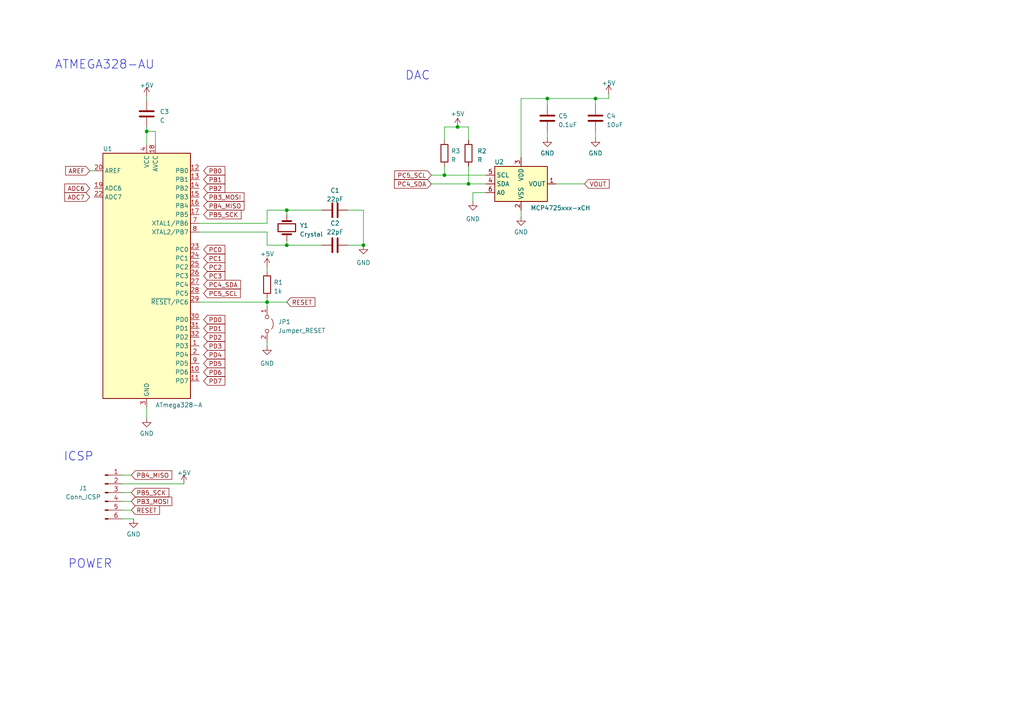
<source format=kicad_sch>
(kicad_sch (version 20230121) (generator eeschema)
  (paper "A4")
  (lib_symbols
    (symbol "Analog_DAC:MCP4725xxx-xCH"
      (property "Reference" "U" (at -6.35 6.35 0))
      (property "Value" "MCP4725xxx-xCH" (at 8.89 6.35 0))
      (symbol "MCP4725xxx-xCH_0_1"
        (rectangle (start -7.62 5.08) (end 7.62 -5.08) (stroke (width 0.254)) (fill (type background)))
      )
      (symbol "MCP4725xxx-xCH_1_1"
        (pin output line (at 10.16 0 180) (length 2.54) (name "VOUT") (number "1"))
        (pin power_in line (at 0 -7.62 90) (length 2.54) (name "VSS") (number "2"))
        (pin power_in line (at 0 7.62 270) (length 2.54) (name "VDD") (number "3"))
        (pin bidirectional line (at -10.16 0 0) (length 2.54) (name "SDA") (number "4"))
        (pin input line (at -10.16 2.54 0) (length 2.54) (name "SCL") (number "5"))
        (pin input line (at -10.16 -2.54 0) (length 2.54) (name "A0") (number "6"))
      )
    )
    (symbol "Connector:Conn_01x06_Pin" (pin_names (offset 1.016) hide)
      (property "Reference" "J" (at 0 7.62 0))
      (property "Value" "Conn_01x06_Pin" (at 0 -10.16 0))
      (symbol "Conn_01x06_Pin_1_1"
        (polyline (pts (xy 1.27 -7.62) (xy 0.8636 -7.62)) (stroke (width 0.1524)))
        (polyline (pts (xy 1.27 -5.08) (xy 0.8636 -5.08)) (stroke (width 0.1524)))
        (polyline (pts (xy 1.27 -2.54) (xy 0.8636 -2.54)) (stroke (width 0.1524)))
        (polyline (pts (xy 1.27 0) (xy 0.8636 0)) (stroke (width 0.1524)))
        (polyline (pts (xy 1.27 2.54) (xy 0.8636 2.54)) (stroke (width 0.1524)))
        (polyline (pts (xy 1.27 5.08) (xy 0.8636 5.08)) (stroke (width 0.1524)))
        (rectangle (start 0.8636 -7.493) (end 0 -7.747) (stroke (width 0.1524)) (fill (type outline)))
        (rectangle (start 0.8636 -4.953) (end 0 -5.207) (stroke (width 0.1524)) (fill (type outline)))
        (rectangle (start 0.8636 -2.413) (end 0 -2.667) (stroke (width 0.1524)) (fill (type outline)))
        (rectangle (start 0.8636 0.127) (end 0 -0.127) (stroke (width 0.1524)) (fill (type outline)))
        (rectangle (start 0.8636 2.667) (end 0 2.413) (stroke (width 0.1524)) (fill (type outline)))
        (rectangle (start 0.8636 5.207) (end 0 4.953) (stroke (width 0.1524)) (fill (type outline)))
        (pin passive line (at 5.08 5.08 180) (length 3.81) (name "Pin_1") (number "1"))
        (pin passive line (at 5.08 2.54 180) (length 3.81) (name "Pin_2") (number "2"))
        (pin passive line (at 5.08 0 180) (length 3.81) (name "Pin_3") (number "3"))
        (pin passive line (at 5.08 -2.54 180) (length 3.81) (name "Pin_4") (number "4"))
        (pin passive line (at 5.08 -5.08 180) (length 3.81) (name "Pin_5") (number "5"))
        (pin passive line (at 5.08 -7.62 180) (length 3.81) (name "Pin_6") (number "6"))
      )
    )
    (symbol "Device:C" (pin_numbers hide) (pin_names (offset 0.254))
      (property "Reference" "C" (at 0.635 2.54 0))
      (property "Value" "C" (at 0.635 -2.54 0))
      (symbol "C_0_1"
        (polyline (pts (xy -2.032 -0.762) (xy 2.032 -0.762)) (stroke (width 0.508)))
        (polyline (pts (xy -2.032 0.762) (xy 2.032 0.762)) (stroke (width 0.508)))
      )
      (symbol "C_1_1"
        (pin passive line (at 0 3.81 270) (length 2.794) (name "~") (number "1"))
        (pin passive line (at 0 -3.81 90) (length 2.794) (name "~") (number "2"))
      )
    )
    (symbol "Device:Crystal" (pin_numbers hide) (pin_names (offset 1.016) hide)
      (property "Reference" "Y" (at 0 3.81 0))
      (property "Value" "Crystal" (at 0 -3.81 0))
      (symbol "Crystal_0_1"
        (rectangle (start -1.143 2.54) (end 1.143 -2.54) (stroke (width 0.3048)))
        (polyline (pts (xy -2.54 0) (xy -1.905 0)))
        (polyline (pts (xy -1.905 -1.27) (xy -1.905 1.27)) (stroke (width 0.508)))
        (polyline (pts (xy 1.905 -1.27) (xy 1.905 1.27)) (stroke (width 0.508)))
        (polyline (pts (xy 2.54 0) (xy 1.905 0)))
      )
      (symbol "Crystal_1_1"
        (pin passive line (at -3.81 0 0) (length 1.27) (name "1") (number "1"))
        (pin passive line (at 3.81 0 180) (length 1.27) (name "2") (number "2"))
      )
    )
    (symbol "Device:R" (pin_numbers hide) (pin_names (offset 0))
      (property "Reference" "R" (at 2.032 0 90))
      (property "Value" "R" (at 0 0 90))
      (symbol "R_0_1"
        (rectangle (start -1.016 -2.54) (end 1.016 2.54) (stroke (width 0.254)))
      )
      (symbol "R_1_1"
        (pin passive line (at 0 3.81 270) (length 1.27) (name "~") (number "1"))
        (pin passive line (at 0 -3.81 90) (length 1.27) (name "~") (number "2"))
      )
    )
    (symbol "Jumper:Jumper_2_Open" (pin_names (offset 0) hide)
      (property "Reference" "JP" (at 0 2.794 0))
      (property "Value" "Jumper_2_Open" (at 0 -2.286 0))
      (symbol "Jumper_2_Open_0_0"
        (circle (center -2.032 0) (radius 0.508))
        (circle (center 2.032 0) (radius 0.508))
      )
      (symbol "Jumper_2_Open_0_1"
        (arc (start 1.524 1.27) (mid 0 1.778) (end -1.524 1.27))
      )
      (symbol "Jumper_2_Open_1_1"
        (pin passive line (at -5.08 0 0) (length 2.54) (name "A") (number "1"))
        (pin passive line (at 5.08 0 180) (length 2.54) (name "B") (number "2"))
      )
    )
    (symbol "MCU_Microchip_ATmega:ATmega328-A"
      (property "Reference" "U" (at -12.7 36.83 0))
      (property "Value" "ATmega328-A" (at 2.54 -36.83 0))
      (symbol "ATmega328-A_0_1"
        (rectangle (start -12.7 -35.56) (end 12.7 35.56) (stroke (width 0.254)) (fill (type background)))
      )
      (symbol "ATmega328-A_1_1"
        (pin bidirectional line (at 15.24 -20.32 180) (length 2.54) (name "PD3") (number "1"))
        (pin bidirectional line (at 15.24 -27.94 180) (length 2.54) (name "PD6") (number "10"))
        (pin bidirectional line (at 15.24 -30.48 180) (length 2.54) (name "PD7") (number "11"))
        (pin bidirectional line (at 15.24 30.48 180) (length 2.54) (name "PB0") (number "12"))
        (pin bidirectional line (at 15.24 27.94 180) (length 2.54) (name "PB1") (number "13"))
        (pin bidirectional line (at 15.24 25.4 180) (length 2.54) (name "PB2") (number "14"))
        (pin bidirectional line (at 15.24 22.86 180) (length 2.54) (name "PB3") (number "15"))
        (pin bidirectional line (at 15.24 20.32 180) (length 2.54) (name "PB4") (number "16"))
        (pin bidirectional line (at 15.24 17.78 180) (length 2.54) (name "PB5") (number "17"))
        (pin power_in line (at 2.54 38.1 270) (length 2.54) (name "AVCC") (number "18"))
        (pin input line (at -15.24 25.4 0) (length 2.54) (name "ADC6") (number "19"))
        (pin bidirectional line (at 15.24 -22.86 180) (length 2.54) (name "PD4") (number "2"))
        (pin passive line (at -15.24 30.48 0) (length 2.54) (name "AREF") (number "20"))
        (pin passive line (at 0 -38.1 90) (length 2.54) hide (name "GND") (number "21"))
        (pin input line (at -15.24 22.86 0) (length 2.54) (name "ADC7") (number "22"))
        (pin bidirectional line (at 15.24 7.62 180) (length 2.54) (name "PC0") (number "23"))
        (pin bidirectional line (at 15.24 5.08 180) (length 2.54) (name "PC1") (number "24"))
        (pin bidirectional line (at 15.24 2.54 180) (length 2.54) (name "PC2") (number "25"))
        (pin bidirectional line (at 15.24 0 180) (length 2.54) (name "PC3") (number "26"))
        (pin bidirectional line (at 15.24 -2.54 180) (length 2.54) (name "PC4") (number "27"))
        (pin bidirectional line (at 15.24 -5.08 180) (length 2.54) (name "PC5") (number "28"))
        (pin bidirectional line (at 15.24 -7.62 180) (length 2.54) (name "~{RESET}/PC6") (number "29"))
        (pin power_in line (at 0 -38.1 90) (length 2.54) (name "GND") (number "3"))
        (pin bidirectional line (at 15.24 -12.7 180) (length 2.54) (name "PD0") (number "30"))
        (pin bidirectional line (at 15.24 -15.24 180) (length 2.54) (name "PD1") (number "31"))
        (pin bidirectional line (at 15.24 -17.78 180) (length 2.54) (name "PD2") (number "32"))
        (pin power_in line (at 0 38.1 270) (length 2.54) (name "VCC") (number "4"))
        (pin passive line (at 0 -38.1 90) (length 2.54) hide (name "GND") (number "5"))
        (pin passive line (at 0 38.1 270) (length 2.54) hide (name "VCC") (number "6"))
        (pin bidirectional line (at 15.24 15.24 180) (length 2.54) (name "XTAL1/PB6") (number "7"))
        (pin bidirectional line (at 15.24 12.7 180) (length 2.54) (name "XTAL2/PB7") (number "8"))
        (pin bidirectional line (at 15.24 -25.4 180) (length 2.54) (name "PD5") (number "9"))
      )
    )
    (symbol "power:+5V" (power) (pin_names (offset 0))
      (property "Value" "+5V" (at 0 3.556 0))
      (symbol "+5V_0_1"
        (polyline (pts (xy -0.762 1.27) (xy 0 2.54)))
        (polyline (pts (xy 0 0) (xy 0 2.54)))
        (polyline (pts (xy 0 2.54) (xy 0.762 1.27)))
      )
      (symbol "+5V_1_1"
        (pin power_in line (at 0 0 90) (length 0) hide (name "+5V") (number "1"))
      )
    )
    (symbol "power:GND" (power) (pin_names (offset 0))
      (property "Value" "GND" (at 0 -3.81 0))
      (symbol "GND_0_1"
        (polyline (pts (xy 0 0) (xy 0 -1.27) (xy 1.27 -1.27) (xy 0 -2.54) (xy -1.27 -1.27) (xy 0 -1.27)))
      )
      (symbol "GND_1_1"
        (pin power_in line (at 0 0 270) (length 0) hide (name "GND") (number "1"))
      )
    )
  )
  (junction (at 105.41 71.12))
  (junction (at 172.72 28.575))
  (junction (at 42.545 38.1))
  (junction (at 132.715 36.83))
  (junction (at 77.47 87.63))
  (junction (at 128.905 50.8))
  (junction (at 83.185 60.96))
  (junction (at 135.89 53.34))
  (junction (at 83.185 71.12))
  (junction (at 158.75 28.575))
  (wire (pts (xy 135.89 53.34) (xy 140.97 53.34)))
  (wire (pts (xy 35.56 142.875) (xy 38.1 142.875)))
  (wire (pts (xy 26.035 49.53) (xy 27.305 49.53)))
  (wire (pts (xy 176.53 27.305) (xy 176.53 28.575)))
  (wire (pts (xy 172.72 38.1) (xy 172.72 40.005)))
  (wire (pts (xy 77.47 99.06) (xy 77.47 100.33)))
  (wire (pts (xy 100.965 60.96) (xy 105.41 60.96)))
  (wire (pts (xy 77.47 87.63) (xy 77.47 88.9)))
  (wire (pts (xy 128.905 50.8) (xy 140.97 50.8)))
  (wire (pts (xy 128.905 36.83) (xy 132.715 36.83)))
  (wire (pts (xy 42.545 27.94) (xy 42.545 29.21)))
  (wire (pts (xy 77.47 77.47) (xy 77.47 78.74)))
  (wire (pts (xy 77.47 71.12) (xy 83.185 71.12)))
  (wire (pts (xy 128.905 48.26) (xy 128.905 50.8)))
  (wire (pts (xy 83.185 62.23) (xy 83.185 60.96)))
  (wire (pts (xy 42.545 41.91) (xy 42.545 38.1)))
  (wire (pts (xy 77.47 67.31) (xy 77.47 71.12)))
  (wire (pts (xy 128.905 40.64) (xy 128.905 36.83)))
  (wire (pts (xy 151.13 60.96) (xy 151.13 62.865)))
  (wire (pts (xy 83.185 69.85) (xy 83.185 71.12)))
  (wire (pts (xy 100.965 71.12) (xy 105.41 71.12)))
  (wire (pts (xy 135.89 40.64) (xy 135.89 36.83)))
  (wire (pts (xy 158.75 38.1) (xy 158.75 40.005)))
  (wire (pts (xy 83.185 60.96) (xy 93.345 60.96)))
  (wire (pts (xy 172.72 28.575) (xy 158.75 28.575)))
  (wire (pts (xy 137.16 55.88) (xy 140.97 55.88)))
  (wire (pts (xy 57.785 87.63) (xy 77.47 87.63)))
  (wire (pts (xy 105.41 60.96) (xy 105.41 71.12)))
  (wire (pts (xy 42.545 118.11) (xy 42.545 121.285)))
  (wire (pts (xy 57.785 64.77) (xy 77.47 64.77)))
  (wire (pts (xy 137.16 58.42) (xy 137.16 55.88)))
  (wire (pts (xy 135.89 36.83) (xy 132.715 36.83)))
  (wire (pts (xy 35.56 145.415) (xy 38.1 145.415)))
  (wire (pts (xy 176.53 28.575) (xy 172.72 28.575)))
  (wire (pts (xy 172.72 30.48) (xy 172.72 28.575)))
  (wire (pts (xy 35.56 137.795) (xy 38.1 137.795)))
  (wire (pts (xy 45.085 38.1) (xy 42.545 38.1)))
  (wire (pts (xy 45.085 41.91) (xy 45.085 38.1)))
  (wire (pts (xy 77.47 64.77) (xy 77.47 60.96)))
  (wire (pts (xy 77.47 86.36) (xy 77.47 87.63)))
  (wire (pts (xy 135.89 48.26) (xy 135.89 53.34)))
  (wire (pts (xy 151.13 45.72) (xy 151.13 28.575)))
  (wire (pts (xy 83.185 71.12) (xy 93.345 71.12)))
  (wire (pts (xy 35.56 140.335) (xy 53.34 140.335)))
  (wire (pts (xy 35.56 150.495) (xy 38.735 150.495)))
  (wire (pts (xy 161.29 53.34) (xy 169.545 53.34)))
  (wire (pts (xy 158.75 28.575) (xy 158.75 30.48)))
  (wire (pts (xy 125.095 50.8) (xy 128.905 50.8)))
  (wire (pts (xy 57.785 67.31) (xy 77.47 67.31)))
  (wire (pts (xy 77.47 87.63) (xy 83.185 87.63)))
  (wire (pts (xy 151.13 28.575) (xy 158.75 28.575)))
  (wire (pts (xy 125.095 53.34) (xy 135.89 53.34)))
  (wire (pts (xy 77.47 60.96) (xy 83.185 60.96)))
  (wire (pts (xy 35.56 147.955) (xy 38.1 147.955)))
  (wire (pts (xy 42.545 36.83) (xy 42.545 38.1)))
  (text "ATMEGA328-AU" (at 15.875 20.32 0) (effects (font (size 2.5 2.5)) (justify left bottom)))
  (text "POWER" (at 19.685 165.1 0) (effects (font (size 2.5 2.5)) (justify left bottom)))
  (text "ICSP" (at 18.415 133.985 0) (effects (font (size 2.5 2.5)) (justify left bottom)))
  (text "DAC" (at 117.475 23.495 0) (effects (font (size 2.5 2.5)) (justify left bottom)))
  (global_label "PB5_SCK" (shape input) (at 38.1 142.875 0) (property "Intersheetrefs" "${INTERSHEET_REFS}" (effects hide)))
  (global_label "PB0" (shape input) (at 59.055 49.53 0) (property "Intersheetrefs" "${INTERSHEET_REFS}" (effects hide)))
  (global_label "ADC6" (shape input) (at 26.035 54.61 180) (property "Intersheetrefs" "${INTERSHEET_REFS}" (effects hide)))
  (global_label "RESET" (shape input) (at 38.1 147.955 0) (property "Intersheetrefs" "${INTERSHEET_REFS}" (effects hide)))
  (global_label "PD6" (shape input) (at 59.055 107.95 0) (property "Intersheetrefs" "${INTERSHEET_REFS}" (effects hide)))
  (global_label "PD1" (shape input) (at 59.055 95.25 0) (property "Intersheetrefs" "${INTERSHEET_REFS}" (effects hide)))
  (global_label "PC4_SDA" (shape input) (at 125.095 53.34 180) (property "Intersheetrefs" "${INTERSHEET_REFS}" (effects hide)))
  (global_label "PB4_MISO" (shape input) (at 59.055 59.69 0) (property "Intersheetrefs" "${INTERSHEET_REFS}" (effects hide)))
  (global_label "PB5_SCK" (shape input) (at 59.055 62.23 0) (property "Intersheetrefs" "${INTERSHEET_REFS}" (effects hide)))
  (global_label "PC1" (shape input) (at 59.055 74.93 0) (property "Intersheetrefs" "${INTERSHEET_REFS}" (effects hide)))
  (global_label "PD0" (shape input) (at 59.055 92.71 0) (property "Intersheetrefs" "${INTERSHEET_REFS}" (effects hide)))
  (global_label "AREF" (shape input) (at 26.035 49.53 180) (property "Intersheetrefs" "${INTERSHEET_REFS}" (effects hide)))
  (global_label "PC4_SDA" (shape input) (at 59.055 82.55 0) (property "Intersheetrefs" "${INTERSHEET_REFS}" (effects hide)))
  (global_label "PB1" (shape input) (at 59.055 52.07 0) (property "Intersheetrefs" "${INTERSHEET_REFS}" (effects hide)))
  (global_label "PD3" (shape input) (at 59.055 100.33 0) (property "Intersheetrefs" "${INTERSHEET_REFS}" (effects hide)))
  (global_label "PB3_MOSI" (shape input) (at 59.055 57.15 0) (property "Intersheetrefs" "${INTERSHEET_REFS}" (effects hide)))
  (global_label "PD4" (shape input) (at 59.055 102.87 0) (property "Intersheetrefs" "${INTERSHEET_REFS}" (effects hide)))
  (global_label "PC3" (shape input) (at 59.055 80.01 0) (property "Intersheetrefs" "${INTERSHEET_REFS}" (effects hide)))
  (global_label "VOUT" (shape input) (at 169.545 53.34 0) (property "Intersheetrefs" "${INTERSHEET_REFS}" (effects hide)))
  (global_label "PB2" (shape input) (at 59.055 54.61 0) (property "Intersheetrefs" "${INTERSHEET_REFS}" (effects hide)))
  (global_label "PB3_MOSI" (shape input) (at 38.1 145.415 0) (property "Intersheetrefs" "${INTERSHEET_REFS}" (effects hide)))
  (global_label "PD2" (shape input) (at 59.055 97.79 0) (property "Intersheetrefs" "${INTERSHEET_REFS}" (effects hide)))
  (global_label "PB4_MISO" (shape input) (at 38.1 137.795 0) (property "Intersheetrefs" "${INTERSHEET_REFS}" (effects hide)))
  (global_label "PD7" (shape input) (at 59.055 110.49 0) (property "Intersheetrefs" "${INTERSHEET_REFS}" (effects hide)))
  (global_label "ADC7" (shape input) (at 26.035 57.15 180) (property "Intersheetrefs" "${INTERSHEET_REFS}" (effects hide)))
  (global_label "PC0" (shape input) (at 59.055 72.39 0) (property "Intersheetrefs" "${INTERSHEET_REFS}" (effects hide)))
  (global_label "RESET" (shape input) (at 83.185 87.63 0) (property "Intersheetrefs" "${INTERSHEET_REFS}" (effects hide)))
  (global_label "PC2" (shape input) (at 59.055 77.47 0) (property "Intersheetrefs" "${INTERSHEET_REFS}" (effects hide)))
  (global_label "PC5_SCL" (shape input) (at 125.095 50.8 180) (property "Intersheetrefs" "${INTERSHEET_REFS}" (effects hide)))
  (global_label "PD5" (shape input) (at 59.055 105.41 0) (property "Intersheetrefs" "${INTERSHEET_REFS}" (effects hide)))
  (global_label "PC5_SCL" (shape input) (at 59.055 85.09 0) (property "Intersheetrefs" "${INTERSHEET_REFS}" (effects hide)))
  (symbol (lib_id "power:+5V") (at 176.53 27.305 0) (unit 1)
    (property "Reference" "#PWR09" (effects hide))
    (property "Value" "+5V" (at 176.53 24.13 0))
  )
  (symbol (lib_id "Device:R") (at 128.905 44.45 0) (unit 1)
    (property "Reference" "R3" (at 130.81 43.815 0) (effects (justify left)))
    (property "Value" "R" (at 130.81 46.355 0) (effects (justify left)))
  )
  (symbol (lib_id "MCU_Microchip_ATmega:ATmega328-A") (at 42.545 80.01 0) (unit 1)
    (property "Reference" "U1" (at 29.845 43.18 0) (effects (justify left)))
    (property "Value" "ATmega328-A" (at 45.085 117.475 0) (effects (justify left)))
    (property "Footprint" "Package_QFP:TQFP-32_7x7mm_P0.8mm" (effects hide))
    (property "Datasheet" "http://ww1.microchip.com/downloads/en/DeviceDoc/ATmega328_P%20AVR%20MCU%20with%20picoPower%20Technology%20Data%20Sheet%2040001984A.pdf" (effects hide))
  )
  (symbol (lib_id "power:+5V") (at 132.715 36.83 0) (unit 1)
    (property "Reference" "#PWR010" (effects hide))
    (property "Value" "+5V" (at 132.715 33.02 0))
  )
  (symbol (lib_id "power:GND") (at 42.545 121.285 0) (unit 1)
    (property "Reference" "#PWR04" (effects hide))
    (property "Value" "GND" (at 42.545 125.73 0))
  )
  (symbol (lib_id "power:GND") (at 77.47 100.33 0) (unit 1)
    (property "Reference" "#PWR03" (effects hide))
    (property "Value" "GND" (at 77.47 105.41 0))
  )
  (symbol (lib_id "power:GND") (at 137.16 58.42 0) (unit 1)
    (property "Reference" "#PWR011" (effects hide))
    (property "Value" "GND" (at 137.16 63.5 0))
  )
  (symbol (lib_id "power:+5V") (at 42.545 27.94 0) (unit 1)
    (property "Reference" "#PWR02" (effects hide))
    (property "Value" "+5V" (at 42.545 24.765 0))
  )
  (symbol (lib_id "Device:Crystal") (at 83.185 66.04 90) (unit 1)
    (property "Reference" "Y1" (at 86.9155 65.405 90) (effects (justify right)))
    (property "Value" "Crystal" (at 86.9155 67.945 90) (effects (justify right)))
  )
  (symbol (lib_id "Device:R") (at 135.89 44.45 0) (unit 1)
    (property "Reference" "R2" (at 138.43 43.815 0) (effects (justify left)))
    (property "Value" "R" (at 138.43 46.355 0) (effects (justify left)))
  )
  (symbol (lib_id "power:GND") (at 151.13 62.865 0) (unit 1)
    (property "Reference" "#PWR012" (effects hide))
    (property "Value" "GND" (at 151.13 67.31 0))
  )
  (symbol (lib_id "power:GND") (at 38.735 150.495 0) (unit 1)
    (property "Reference" "#PWR06" (effects hide))
    (property "Value" "GND" (at 38.735 154.94 0))
  )
  (symbol (lib_id "Device:C") (at 172.72 34.29 0) (unit 1)
    (property "Reference" "C4" (at 175.895 33.655 0) (effects (justify left)))
    (property "Value" "10uF" (at 175.895 36.195 0) (effects (justify left)))
  )
  (symbol (lib_id "Device:C") (at 158.75 34.29 0) (unit 1)
    (property "Reference" "C5" (at 161.925 33.655 0) (effects (justify left)))
    (property "Value" "0.1uF" (at 161.925 36.195 0) (effects (justify left)))
  )
  (symbol (lib_id "Device:R") (at 77.47 82.55 180) (unit 1)
    (property "Reference" "R1" (at 79.375 81.915 0) (effects (justify right)))
    (property "Value" "1k" (at 79.375 84.455 0) (effects (justify right)))
  )
  (symbol (lib_id "Analog_DAC:MCP4725xxx-xCH") (at 151.13 53.34 0) (unit 1)
    (property "Reference" "U2" (at 144.78 46.99 0))
    (property "Value" "MCP4725xxx-xCH" (at 162.56 60.325 0))
    (property "Footprint" "Package_TO_SOT_SMD:SOT-23-6" (effects hide))
    (property "Datasheet" "http://ww1.microchip.com/downloads/en/DeviceDoc/22039d.pdf" (effects hide))
  )
  (symbol (lib_id "Connector:Conn_01x06_Pin") (at 30.48 142.875 0) (unit 1)
    (property "Reference" "J1" (at 24.13 141.605 0))
    (property "Value" "Conn_ICSP" (at 24.13 144.145 0))
  )
  (symbol (lib_id "power:GND") (at 172.72 40.005 0) (unit 1)
    (property "Reference" "#PWR08" (effects hide))
    (property "Value" "GND" (at 172.72 44.45 0))
  )
  (symbol (lib_id "power:+5V") (at 53.34 140.335 0) (unit 1)
    (property "Reference" "#PWR05" (effects hide))
    (property "Value" "+5V" (at 53.34 137.16 0))
  )
  (symbol (lib_id "power:+5V") (at 77.47 77.47 0) (unit 1)
    (property "Reference" "#PWR01" (effects hide))
    (property "Value" "+5V" (at 77.47 73.66 0))
  )
  (symbol (lib_id "Device:C") (at 42.545 33.02 180) (unit 1)
    (property "Reference" "C3" (at 46.355 32.385 0) (effects (justify right)))
    (property "Value" "C" (at 46.355 34.925 0) (effects (justify right)))
  )
  (symbol (lib_id "Device:C") (at 97.155 71.12 90) (unit 1)
    (property "Reference" "C2" (at 97.155 64.77 90))
    (property "Value" "22pF" (at 97.155 67.31 90))
  )
  (symbol (lib_id "power:GND") (at 158.75 40.005 0) (unit 1)
    (property "Reference" "#PWR07" (effects hide))
    (property "Value" "GND" (at 158.75 44.45 0))
  )
  (symbol (lib_id "power:GND") (at 105.41 71.12 0) (unit 1)
    (property "Reference" "#PWR013" (effects hide))
    (property "Value" "GND" (at 105.41 76.2 0))
  )
  (symbol (lib_id "Jumper:Jumper_2_Open") (at 77.47 93.98 270) (unit 1)
    (property "Reference" "JP1" (at 80.645 93.345 90) (effects (justify left)))
    (property "Value" "Jumper_RESET" (at 80.645 95.885 90) (effects (justify left)))
  )
  (symbol (lib_id "Device:C") (at 97.155 60.96 90) (unit 1)
    (property "Reference" "C1" (at 97.155 55.245 90))
    (property "Value" "22pF" (at 97.155 57.785 90))
  )
)
</source>
